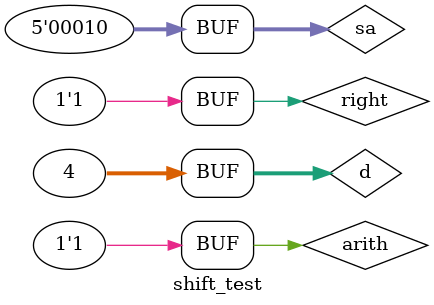
<source format=v>
`timescale 1ns / 1ps


module shift_test;

	// Inputs
	reg [31:0] d;
	reg [4:0] sa;
	reg right;
	reg arith;

	// Outputs
	wire [31:0] sh;

	// Instantiate the Unit Under Test (UUT)
	shift uut (
		.d(d), 
		.sa(sa), 
		.right(right), 
		.arith(arith), 
		.sh(sh)
	);

	initial begin
		// Initialize Inputs
		d = 0;
		sa = 0;
		right = 0;
		arith = 0;

		// Wait 100 ns for global reset to finish
		#100;
		d = 4;
		sa = 2;
		right = 1;
		arith = 1;        
		

	end
      
endmodule


</source>
